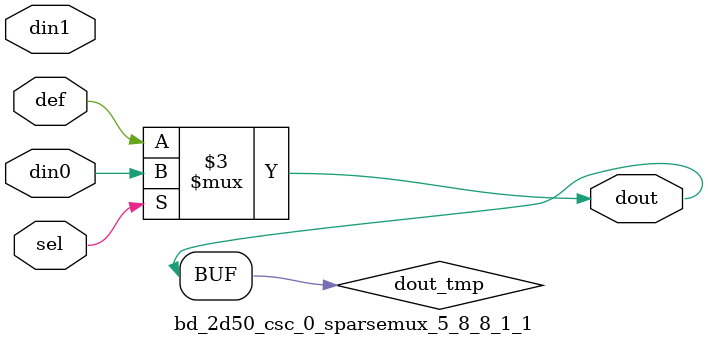
<source format=v>
`timescale 1ns / 1ps

module bd_2d50_csc_0_sparsemux_5_8_8_1_1 (din0,din1,def,sel,dout);

parameter din0_WIDTH = 1;

parameter din1_WIDTH = 1;

parameter def_WIDTH = 1;
parameter sel_WIDTH = 1;
parameter dout_WIDTH = 1;

parameter [sel_WIDTH-1:0] CASE0 = 1;

parameter [sel_WIDTH-1:0] CASE1 = 1;

parameter ID = 1;
parameter NUM_STAGE = 1;



input [din0_WIDTH-1:0] din0;

input [din1_WIDTH-1:0] din1;

input [def_WIDTH-1:0] def;
input [sel_WIDTH-1:0] sel;

output [dout_WIDTH-1:0] dout;



reg [dout_WIDTH-1:0] dout_tmp;

always @ (*) begin
case (sel)
    
    CASE0 : dout_tmp = din0;
    
    CASE1 : dout_tmp = din1;
    
    default : dout_tmp = def;
endcase
end


assign dout = dout_tmp;



endmodule

</source>
